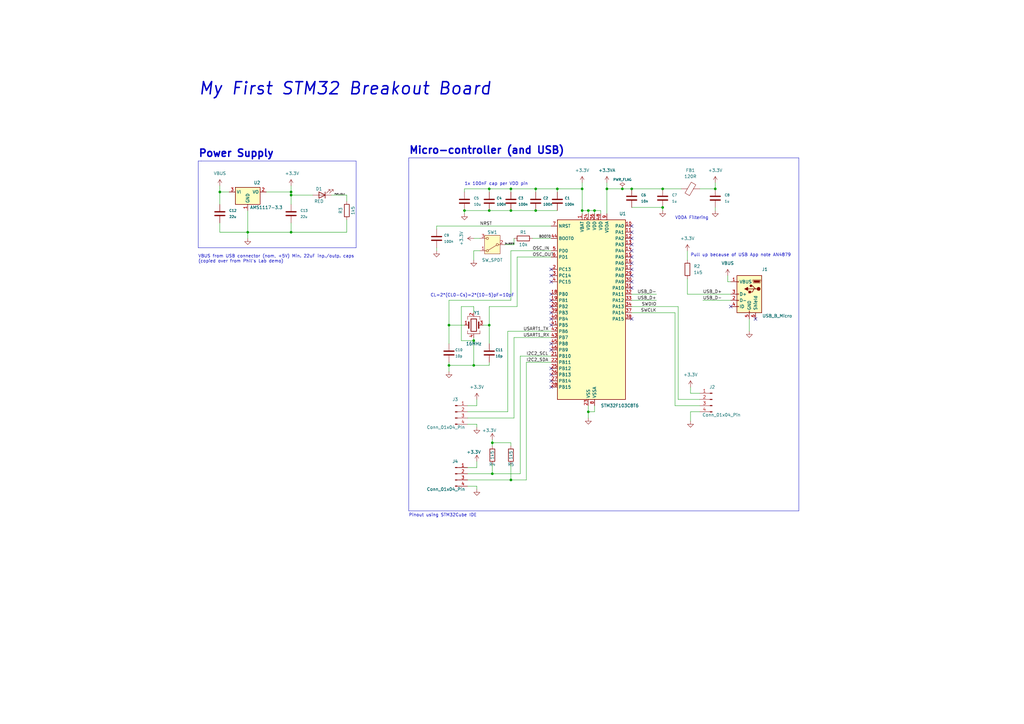
<source format=kicad_sch>
(kicad_sch (version 20230121) (generator eeschema)
  (paper "A3")
  (title_block (title "My First STM32 Breakout Board") (date "2024-02-25") (rev "0.1") (company "Kartik Prakash"))
  (lib_symbols
    (symbol "Connector:Conn_01x04_Pin" (pin_names (offset 1.016) hide)
      (property "Reference" "J" (at 0 5.08 0))
      (property "Value" "Conn_01x04_Pin" (at 0 -7.62 0))
      (symbol "Conn_01x04_Pin_1_1"
        (polyline (pts (xy 1.27 -5.08) (xy 0.8636 -5.08)) (stroke (width 0.1524)))
        (polyline (pts (xy 1.27 -2.54) (xy 0.8636 -2.54)) (stroke (width 0.1524)))
        (polyline (pts (xy 1.27 0) (xy 0.8636 0)) (stroke (width 0.1524)))
        (polyline (pts (xy 1.27 2.54) (xy 0.8636 2.54)) (stroke (width 0.1524)))
        (rectangle (start 0.8636 -4.953) (end 0 -5.207) (stroke (width 0.1524)) (fill (type outline)))
        (rectangle (start 0.8636 -2.413) (end 0 -2.667) (stroke (width 0.1524)) (fill (type outline)))
        (rectangle (start 0.8636 0.127) (end 0 -0.127) (stroke (width 0.1524)) (fill (type outline)))
        (rectangle (start 0.8636 2.667) (end 0 2.413) (stroke (width 0.1524)) (fill (type outline)))
        (pin passive line (at 5.08 2.54 180) (length 3.81) (name "Pin_1") (number "1"))
        (pin passive line (at 5.08 0 180) (length 3.81) (name "Pin_2") (number "2"))
        (pin passive line (at 5.08 -2.54 180) (length 3.81) (name "Pin_3") (number "3"))
        (pin passive line (at 5.08 -5.08 180) (length 3.81) (name "Pin_4") (number "4"))
      )
    )
    (symbol "Connector:USB_B_Micro" (pin_names (offset 1.016))
      (property "Reference" "J" (at -5.08 11.43 0))
      (property "Value" "USB_B_Micro" (at -5.08 8.89 0))
      (symbol "USB_B_Micro_0_1"
        (rectangle (start -5.08 -7.62) (end 5.08 7.62) (stroke (width 0.254)) (fill (type background)))
        (circle (center -3.81 2.159) (radius 0.635) (stroke (width 0.254)) (fill (type outline)))
        (circle (center -0.635 3.429) (radius 0.381) (stroke (width 0.254)) (fill (type outline)))
        (rectangle (start -0.127 -7.62) (end 0.127 -6.858))
        (polyline (pts (xy -1.905 2.159) (xy 0.635 2.159)) (stroke (width 0.254)))
        (polyline (pts (xy -3.175 2.159) (xy -2.54 2.159) (xy -1.27 3.429) (xy -0.635 3.429)) (stroke (width 0.254)))
        (polyline (pts (xy -2.54 2.159) (xy -1.905 2.159) (xy -1.27 0.889) (xy 0 0.889)) (stroke (width 0.254)))
        (polyline (pts (xy 0.635 2.794) (xy 0.635 1.524) (xy 1.905 2.159) (xy 0.635 2.794)) (stroke (width 0.254)) (fill (type outline)))
        (polyline (pts (xy -4.318 5.588) (xy -1.778 5.588) (xy -2.032 4.826) (xy -4.064 4.826) (xy -4.318 5.588)) (fill (type outline)))
        (polyline (pts (xy -4.699 5.842) (xy -4.699 5.588) (xy -4.445 4.826) (xy -4.445 4.572) (xy -1.651 4.572) (xy -1.651 4.826) (xy -1.397 5.588) (xy -1.397 5.842) (xy -4.699 5.842)))
        (rectangle (start 0.254 1.27) (end -0.508 0.508) (stroke (width 0.254)) (fill (type outline)))
        (rectangle (start 5.08 -5.207) (end 4.318 -4.953))
        (rectangle (start 5.08 -2.667) (end 4.318 -2.413))
        (rectangle (start 5.08 -0.127) (end 4.318 0.127))
        (rectangle (start 5.08 4.953) (end 4.318 5.207))
      )
      (symbol "USB_B_Micro_1_1"
        (pin power_out line (at 7.62 5.08 180) (length 2.54) (name "VBUS") (number "1"))
        (pin bidirectional line (at 7.62 -2.54 180) (length 2.54) (name "D-") (number "2"))
        (pin bidirectional line (at 7.62 0 180) (length 2.54) (name "D+") (number "3"))
        (pin passive line (at 7.62 -5.08 180) (length 2.54) (name "ID") (number "4"))
        (pin power_out line (at 0 -10.16 90) (length 2.54) (name "GND") (number "5"))
        (pin passive line (at -2.54 -10.16 90) (length 2.54) (name "Shield") (number "6"))
      )
    )
    (symbol "Device:C" (pin_numbers hide) (pin_names (offset 0.254))
      (property "Reference" "C" (at 0.635 2.54 0))
      (property "Value" "C" (at 0.635 -2.54 0))
      (symbol "C_0_1"
        (polyline (pts (xy -2.032 -0.762) (xy 2.032 -0.762)) (stroke (width 0.508)))
        (polyline (pts (xy -2.032 0.762) (xy 2.032 0.762)) (stroke (width 0.508)))
      )
      (symbol "C_1_1"
        (pin passive line (at 0 3.81 270) (length 2.794) (name "~") (number "1"))
        (pin passive line (at 0 -3.81 90) (length 2.794) (name "~") (number "2"))
      )
    )
    (symbol "Device:Crystal_GND24" (pin_names (offset 1.016) hide)
      (property "Reference" "Y" (at 3.175 5.08 0))
      (property "Value" "Crystal_GND24" (at 3.175 3.175 0))
      (symbol "Crystal_GND24_0_1"
        (rectangle (start -1.143 2.54) (end 1.143 -2.54) (stroke (width 0.3048)))
        (polyline (pts (xy -2.54 0) (xy -2.032 0)))
        (polyline (pts (xy -2.032 -1.27) (xy -2.032 1.27)) (stroke (width 0.508)))
        (polyline (pts (xy 0 -3.81) (xy 0 -3.556)))
        (polyline (pts (xy 0 3.556) (xy 0 3.81)))
        (polyline (pts (xy 2.032 -1.27) (xy 2.032 1.27)) (stroke (width 0.508)))
        (polyline (pts (xy 2.032 0) (xy 2.54 0)))
        (polyline (pts (xy -2.54 -2.286) (xy -2.54 -3.556) (xy 2.54 -3.556) (xy 2.54 -2.286)))
        (polyline (pts (xy -2.54 2.286) (xy -2.54 3.556) (xy 2.54 3.556) (xy 2.54 2.286)))
      )
      (symbol "Crystal_GND24_1_1"
        (pin passive line (at -3.81 0 0) (length 1.27) (name "1") (number "1"))
        (pin passive line (at 0 5.08 270) (length 1.27) (name "2") (number "2"))
        (pin passive line (at 3.81 0 180) (length 1.27) (name "3") (number "3"))
        (pin passive line (at 0 -5.08 90) (length 1.27) (name "4") (number "4"))
      )
    )
    (symbol "Device:FerriteBead" (pin_numbers hide) (pin_names (offset 0))
      (property "Reference" "FB" (at -3.81 0.635 90))
      (property "Value" "FerriteBead" (at 3.81 0 90))
      (symbol "FerriteBead_0_1"
        (polyline (pts (xy 0 -1.27) (xy 0 -1.2192)))
        (polyline (pts (xy 0 1.27) (xy 0 1.2954)))
        (polyline (pts (xy -2.7686 0.4064) (xy -1.7018 2.2606) (xy 2.7686 -0.3048) (xy 1.6764 -2.159) (xy -2.7686 0.4064)))
      )
      (symbol "FerriteBead_1_1"
        (pin passive line (at 0 3.81 270) (length 2.54) (name "~") (number "1"))
        (pin passive line (at 0 -3.81 90) (length 2.54) (name "~") (number "2"))
      )
    )
    (symbol "Device:LED" (pin_numbers hide) (pin_names (offset 1.016) hide)
      (property "Reference" "D" (at 0 2.54 0))
      (property "Value" "LED" (at 0 -2.54 0))
      (symbol "LED_0_1"
        (polyline (pts (xy -1.27 -1.27) (xy -1.27 1.27)) (stroke (width 0.254)))
        (polyline (pts (xy -1.27 0) (xy 1.27 0)))
        (polyline (pts (xy 1.27 -1.27) (xy 1.27 1.27) (xy -1.27 0) (xy 1.27 -1.27)) (stroke (width 0.254)))
        (polyline (pts (xy -3.048 -0.762) (xy -4.572 -2.286) (xy -3.81 -2.286) (xy -4.572 -2.286) (xy -4.572 -1.524)))
        (polyline (pts (xy -1.778 -0.762) (xy -3.302 -2.286) (xy -2.54 -2.286) (xy -3.302 -2.286) (xy -3.302 -1.524)))
      )
      (symbol "LED_1_1"
        (pin passive line (at -3.81 0 0) (length 2.54) (name "K") (number "1"))
        (pin passive line (at 3.81 0 180) (length 2.54) (name "A") (number "2"))
      )
    )
    (symbol "Device:R" (pin_numbers hide) (pin_names (offset 0))
      (property "Reference" "R" (at 2.032 0 90))
      (property "Value" "R" (at 0 0 90))
      (symbol "R_0_1"
        (rectangle (start -1.016 -2.54) (end 1.016 2.54) (stroke (width 0.254)))
      )
      (symbol "R_1_1"
        (pin passive line (at 0 3.81 270) (length 1.27) (name "~") (number "1"))
        (pin passive line (at 0 -3.81 90) (length 1.27) (name "~") (number "2"))
      )
    )
    (symbol "MCU_ST_STM32F1:STM32F103C8Tx"
      (property "Reference" "U" (at -12.7 39.37 0))
      (property "Value" "STM32F103C8Tx" (at 10.16 39.37 0))
      (symbol "STM32F103C8Tx_0_1"
        (rectangle (start -12.7 -35.56) (end 15.24 38.1) (stroke (width 0.254)) (fill (type background)))
      )
      (symbol "STM32F103C8Tx_1_1"
        (pin power_in line (at -2.54 40.64 270) (length 2.54) (name "VBAT") (number "1"))
        (pin bidirectional line (at 17.78 35.56 180) (length 2.54) (name "PA0") (number "10"))
        (pin bidirectional line (at 17.78 33.02 180) (length 2.54) (name "PA1") (number "11"))
        (pin bidirectional line (at 17.78 30.48 180) (length 2.54) (name "PA2") (number "12"))
        (pin bidirectional line (at 17.78 27.94 180) (length 2.54) (name "PA3") (number "13"))
        (pin bidirectional line (at 17.78 25.4 180) (length 2.54) (name "PA4") (number "14"))
        (pin bidirectional line (at 17.78 22.86 180) (length 2.54) (name "PA5") (number "15"))
        (pin bidirectional line (at 17.78 20.32 180) (length 2.54) (name "PA6") (number "16"))
        (pin bidirectional line (at 17.78 17.78 180) (length 2.54) (name "PA7") (number "17"))
        (pin bidirectional line (at -15.24 7.62 0) (length 2.54) (name "PB0") (number "18"))
        (pin bidirectional line (at -15.24 5.08 0) (length 2.54) (name "PB1") (number "19"))
        (pin bidirectional line (at -15.24 17.78 0) (length 2.54) (name "PC13") (number "2"))
        (pin bidirectional line (at -15.24 2.54 0) (length 2.54) (name "PB2") (number "20"))
        (pin bidirectional line (at -15.24 -17.78 0) (length 2.54) (name "PB10") (number "21"))
        (pin bidirectional line (at -15.24 -20.32 0) (length 2.54) (name "PB11") (number "22"))
        (pin power_in line (at 0 -38.1 90) (length 2.54) (name "VSS") (number "23"))
        (pin power_in line (at 0 40.64 270) (length 2.54) (name "VDD") (number "24"))
        (pin bidirectional line (at -15.24 -22.86 0) (length 2.54) (name "PB12") (number "25"))
        (pin bidirectional line (at -15.24 -25.4 0) (length 2.54) (name "PB13") (number "26"))
        (pin bidirectional line (at -15.24 -27.94 0) (length 2.54) (name "PB14") (number "27"))
        (pin bidirectional line (at -15.24 -30.48 0) (length 2.54) (name "PB15") (number "28"))
        (pin bidirectional line (at 17.78 15.24 180) (length 2.54) (name "PA8") (number "29"))
        (pin bidirectional line (at -15.24 15.24 0) (length 2.54) (name "PC14") (number "3"))
        (pin bidirectional line (at 17.78 12.7 180) (length 2.54) (name "PA9") (number "30"))
        (pin bidirectional line (at 17.78 10.16 180) (length 2.54) (name "PA10") (number "31"))
        (pin bidirectional line (at 17.78 7.62 180) (length 2.54) (name "PA11") (number "32"))
        (pin bidirectional line (at 17.78 5.08 180) (length 2.54) (name "PA12") (number "33"))
        (pin bidirectional line (at 17.78 2.54 180) (length 2.54) (name "PA13") (number "34"))
        (pin passive line (at 0 -38.1 90) (length 2.54) hide (name "VSS") (number "35"))
        (pin power_in line (at 2.54 40.64 270) (length 2.54) (name "VDD") (number "36"))
        (pin bidirectional line (at 17.78 0 180) (length 2.54) (name "PA14") (number "37"))
        (pin bidirectional line (at 17.78 -2.54 180) (length 2.54) (name "PA15") (number "38"))
        (pin bidirectional line (at -15.24 0 0) (length 2.54) (name "PB3") (number "39"))
        (pin bidirectional line (at -15.24 12.7 0) (length 2.54) (name "PC15") (number "4"))
        (pin bidirectional line (at -15.24 -2.54 0) (length 2.54) (name "PB4") (number "40"))
        (pin bidirectional line (at -15.24 -5.08 0) (length 2.54) (name "PB5") (number "41"))
        (pin bidirectional line (at -15.24 -7.62 0) (length 2.54) (name "PB6") (number "42"))
        (pin bidirectional line (at -15.24 -10.16 0) (length 2.54) (name "PB7") (number "43"))
        (pin input line (at -15.24 30.48 0) (length 2.54) (name "BOOT0") (number "44"))
        (pin bidirectional line (at -15.24 -12.7 0) (length 2.54) (name "PB8") (number "45"))
        (pin bidirectional line (at -15.24 -15.24 0) (length 2.54) (name "PB9") (number "46"))
        (pin passive line (at 0 -38.1 90) (length 2.54) hide (name "VSS") (number "47"))
        (pin power_in line (at 5.08 40.64 270) (length 2.54) (name "VDD") (number "48"))
        (pin bidirectional line (at -15.24 25.4 0) (length 2.54) (name "PD0") (number "5"))
        (pin bidirectional line (at -15.24 22.86 0) (length 2.54) (name "PD1") (number "6"))
        (pin input line (at -15.24 35.56 0) (length 2.54) (name "NRST") (number "7"))
        (pin power_in line (at 2.54 -38.1 90) (length 2.54) (name "VSSA") (number "8"))
        (pin power_in line (at 7.62 40.64 270) (length 2.54) (name "VDDA") (number "9"))
      )
    )
    (symbol "Regulator_Linear:AMS1117-3.3"
      (property "Reference" "U" (at -3.81 3.175 0))
      (property "Value" "AMS1117-3.3" (at 0 3.175 0))
      (symbol "AMS1117-3.3_0_1"
        (rectangle (start -5.08 -5.08) (end 5.08 1.905) (stroke (width 0.254)) (fill (type background)))
      )
      (symbol "AMS1117-3.3_1_1"
        (pin power_in line (at 0 -7.62 90) (length 2.54) (name "GND") (number "1"))
        (pin power_out line (at 7.62 0 180) (length 2.54) (name "VO") (number "2"))
        (pin power_in line (at -7.62 0 0) (length 2.54) (name "VI") (number "3"))
      )
    )
    (symbol "Switch:SW_SPDT" (pin_names (offset 0) hide)
      (property "Reference" "SW" (at 0 5.08 0))
      (property "Value" "SW_SPDT" (at 0 -5.08 0))
      (symbol "SW_SPDT_0_1"
        (circle (center -2.032 0) (radius 0.4572))
        (polyline (pts (xy -1.651 0.254) (xy 1.651 2.286)))
        (circle (center 2.032 -2.54) (radius 0.4572))
        (circle (center 2.032 2.54) (radius 0.4572))
      )
      (symbol "SW_SPDT_1_1"
        (rectangle (start -3.175 3.81) (end 3.175 -3.81) (fill (type background)))
        (pin passive line (at 5.08 2.54 180) (length 2.54) (name "A") (number "1"))
        (pin passive line (at -5.08 0 0) (length 2.54) (name "B") (number "2"))
        (pin passive line (at 5.08 -2.54 180) (length 2.54) (name "C") (number "3"))
      )
    )
    (symbol "power:+3.3V" (power) (pin_names (offset 0))
      (property "Value" "+3.3V" (at 0 3.556 0))
      (symbol "+3.3V_0_1"
        (polyline (pts (xy -0.762 1.27) (xy 0 2.54)))
        (polyline (pts (xy 0 0) (xy 0 2.54)))
        (polyline (pts (xy 0 2.54) (xy 0.762 1.27)))
      )
      (symbol "+3.3V_1_1"
        (pin power_in line (at 0 0 90) (length 0) hide (name "+3.3V") (number "1"))
      )
    )
    (symbol "power:+3.3VA" (power) (pin_names (offset 0))
      (property "Value" "+3.3VA" (at 0 3.556 0))
      (symbol "+3.3VA_0_1"
        (polyline (pts (xy -0.762 1.27) (xy 0 2.54)))
        (polyline (pts (xy 0 0) (xy 0 2.54)))
        (polyline (pts (xy 0 2.54) (xy 0.762 1.27)))
      )
      (symbol "+3.3VA_1_1"
        (pin power_in line (at 0 0 90) (length 0) hide (name "+3.3VA") (number "1"))
      )
    )
    (symbol "power:GND" (power) (pin_names (offset 0))
      (property "Value" "GND" (at 0 -3.81 0))
      (symbol "GND_0_1"
        (polyline (pts (xy 0 0) (xy 0 -1.27) (xy 1.27 -1.27) (xy 0 -2.54) (xy -1.27 -1.27) (xy 0 -1.27)))
      )
      (symbol "GND_1_1"
        (pin power_in line (at 0 0 270) (length 0) hide (name "GND") (number "1"))
      )
    )
    (symbol "power:PWR_FLAG" (power) (pin_numbers hide) (pin_names (offset 0) hide)
      (property "Value" "PWR_FLAG" (at 0 3.81 0))
      (symbol "PWR_FLAG_0_0"
        (pin power_out line (at 0 0 90) (length 0) (name "pwr") (number "1"))
      )
      (symbol "PWR_FLAG_0_1"
        (polyline (pts (xy 0 0) (xy 0 1.27) (xy -1.016 1.905) (xy 0 2.54) (xy 1.016 1.905) (xy 0 1.27)))
      )
    )
    (symbol "power:VBUS" (power) (pin_names (offset 0))
      (property "Value" "VBUS" (at 0 3.81 0))
      (symbol "VBUS_0_1"
        (polyline (pts (xy -0.762 1.27) (xy 0 2.54)))
        (polyline (pts (xy 0 0) (xy 0 2.54)))
        (polyline (pts (xy 0 2.54) (xy 0.762 1.27)))
      )
      (symbol "VBUS_1_1"
        (pin power_in line (at 0 0 90) (length 0) hide (name "VBUS") (number "1"))
      )
    )
  )
  (junction (at 209.55 77.47))
  (junction (at 228.6 77.47))
  (junction (at 201.93 194.31))
  (junction (at 194.31 139.7))
  (junction (at 184.15 133.35))
  (junction (at 209.55 196.85))
  (junction (at 271.78 77.47))
  (junction (at 119.38 95.25))
  (junction (at 248.92 77.47))
  (junction (at 201.93 181.61))
  (junction (at 101.6 95.25))
  (junction (at 194.31 149.86))
  (junction (at 119.38 80.01))
  (junction (at 238.76 77.47))
  (junction (at 293.37 77.47))
  (junction (at 119.38 78.74))
  (junction (at 200.66 133.35))
  (junction (at 271.78 85.09))
  (junction (at 219.71 86.36))
  (junction (at 219.71 77.47))
  (junction (at 200.66 77.47))
  (junction (at 238.76 86.36))
  (junction (at 241.3 86.36))
  (junction (at 243.84 86.36))
  (junction (at 190.5 86.36))
  (junction (at 184.15 149.86))
  (junction (at 209.55 86.36))
  (junction (at 255.27 77.47))
  (junction (at 259.08 77.47))
  (junction (at 90.17 78.74))
  (junction (at 241.3 168.91))
  (junction (at 200.66 86.36))
  (no_connect (at 259.08 92.71))
  (no_connect (at 259.08 95.25))
  (no_connect (at 309.88 130.81))
  (no_connect (at 226.06 158.75))
  (no_connect (at 226.06 115.57))
  (no_connect (at 259.08 107.95))
  (no_connect (at 259.08 115.57))
  (no_connect (at 259.08 102.87))
  (no_connect (at 226.06 140.97))
  (no_connect (at 259.08 110.49))
  (no_connect (at 259.08 100.33))
  (no_connect (at 226.06 130.81))
  (no_connect (at 226.06 153.67))
  (no_connect (at 259.08 105.41))
  (no_connect (at 259.08 97.79))
  (no_connect (at 299.72 125.73))
  (no_connect (at 226.06 128.27))
  (no_connect (at 259.08 130.81))
  (no_connect (at 226.06 120.65))
  (no_connect (at 259.08 118.11))
  (no_connect (at 226.06 123.19))
  (no_connect (at 226.06 143.51))
  (no_connect (at 259.08 113.03))
  (no_connect (at 226.06 156.21))
  (no_connect (at 226.06 133.35))
  (no_connect (at 226.06 113.03))
  (no_connect (at 226.06 151.13))
  (no_connect (at 226.06 110.49))
  (no_connect (at 226.06 125.73))
  (wire (pts (xy 209.55 190.5) (xy 209.55 196.85)))
  (wire (pts (xy 200.66 125.73) (xy 212.09 125.73)))
  (wire (pts (xy 191.77 173.99) (xy 195.58 173.99)))
  (wire (pts (xy 196.85 97.79) (xy 194.31 97.79)))
  (wire (pts (xy 213.36 146.05) (xy 213.36 194.31)))
  (wire (pts (xy 194.31 102.87) (xy 194.31 106.68)))
  (wire (pts (xy 191.77 199.39) (xy 195.58 199.39)))
  (wire (pts (xy 271.78 77.47) (xy 279.4 77.47)))
  (wire (pts (xy 119.38 80.01) (xy 119.38 78.74)))
  (wire (pts (xy 246.38 87.63) (xy 246.38 86.36)))
  (wire (pts (xy 248.92 77.47) (xy 248.92 87.63)))
  (wire (pts (xy 209.55 102.87) (xy 226.06 102.87)))
  (wire (pts (xy 241.3 87.63) (xy 241.3 86.36)))
  (wire (pts (xy 190.5 78.74) (xy 190.5 77.47)))
  (wire (pts (xy 276.86 128.27) (xy 276.86 166.37)))
  (wire (pts (xy 293.37 86.36) (xy 293.37 85.09)))
  (wire (pts (xy 241.3 86.36) (xy 243.84 86.36)))
  (wire (pts (xy 101.6 95.25) (xy 101.6 97.79)))
  (wire (pts (xy 90.17 78.74) (xy 90.17 83.82)))
  (wire (pts (xy 208.28 168.91) (xy 208.28 135.89)))
  (wire (pts (xy 213.36 146.05) (xy 226.06 146.05)))
  (wire (pts (xy 241.3 168.91) (xy 241.3 171.45)))
  (wire (pts (xy 219.71 77.47) (xy 228.6 77.47)))
  (wire (pts (xy 119.38 80.01) (xy 128.27 80.01)))
  (polyline (pts (xy 167.64 209.55) (xy 327.66 209.55)))
  (wire (pts (xy 195.58 191.77) (xy 195.58 189.23)))
  (wire (pts (xy 196.85 102.87) (xy 194.31 102.87)))
  (wire (pts (xy 278.13 163.83) (xy 287.02 163.83)))
  (wire (pts (xy 184.15 123.19) (xy 209.55 123.19)))
  (wire (pts (xy 259.08 77.47) (xy 255.27 77.47)))
  (wire (pts (xy 298.45 115.57) (xy 298.45 113.03)))
  (wire (pts (xy 287.02 168.91) (xy 283.21 168.91)))
  (wire (pts (xy 238.76 86.36) (xy 241.3 86.36)))
  (wire (pts (xy 194.31 139.7) (xy 194.31 149.86)))
  (wire (pts (xy 184.15 133.35) (xy 190.5 133.35)))
  (wire (pts (xy 90.17 78.74) (xy 93.98 78.74)))
  (wire (pts (xy 299.72 115.57) (xy 298.45 115.57)))
  (wire (pts (xy 228.6 78.74) (xy 228.6 77.47)))
  (wire (pts (xy 189.23 139.7) (xy 194.31 139.7)))
  (wire (pts (xy 243.84 166.37) (xy 243.84 168.91)))
  (wire (pts (xy 259.08 123.19) (xy 269.24 123.19)))
  (wire (pts (xy 248.92 74.93) (xy 248.92 77.47)))
  (wire (pts (xy 200.66 86.36) (xy 209.55 86.36)))
  (wire (pts (xy 90.17 91.44) (xy 90.17 95.25)))
  (wire (pts (xy 201.93 182.88) (xy 201.93 181.61)))
  (wire (pts (xy 201.93 181.61) (xy 209.55 181.61)))
  (wire (pts (xy 281.94 114.3) (xy 281.94 120.65)))
  (wire (pts (xy 243.84 168.91) (xy 241.3 168.91)))
  (wire (pts (xy 255.27 77.47) (xy 248.92 77.47)))
  (wire (pts (xy 190.5 86.36) (xy 190.5 87.63)))
  (wire (pts (xy 142.24 95.25) (xy 119.38 95.25)))
  (wire (pts (xy 238.76 77.47) (xy 238.76 86.36)))
  (wire (pts (xy 209.55 123.19) (xy 209.55 102.87)))
  (wire (pts (xy 191.77 171.45) (xy 210.82 171.45)))
  (wire (pts (xy 210.82 171.45) (xy 210.82 138.43)))
  (wire (pts (xy 101.6 86.36) (xy 101.6 95.25)))
  (wire (pts (xy 184.15 133.35) (xy 184.15 123.19)))
  (wire (pts (xy 288.29 123.19) (xy 299.72 123.19)))
  (wire (pts (xy 190.5 77.47) (xy 200.66 77.47)))
  (wire (pts (xy 191.77 196.85) (xy 209.55 196.85)))
  (polyline (pts (xy 327.66 209.55) (xy 327.66 64.77)))
  (wire (pts (xy 212.09 105.41) (xy 226.06 105.41)))
  (wire (pts (xy 281.94 102.87) (xy 281.94 106.68)))
  (wire (pts (xy 179.07 92.71) (xy 226.06 92.71)))
  (wire (pts (xy 283.21 161.29) (xy 287.02 161.29)))
  (wire (pts (xy 191.77 168.91) (xy 208.28 168.91)))
  (wire (pts (xy 259.08 120.65) (xy 269.24 120.65)))
  (wire (pts (xy 200.66 125.73) (xy 200.66 133.35)))
  (polyline (pts (xy 82.55 66.04) (xy 146.05 66.04)))
  (wire (pts (xy 200.66 77.47) (xy 209.55 77.47)))
  (wire (pts (xy 208.28 135.89) (xy 226.06 135.89)))
  (wire (pts (xy 259.08 77.47) (xy 271.78 77.47)))
  (wire (pts (xy 209.55 77.47) (xy 209.55 78.74)))
  (wire (pts (xy 243.84 87.63) (xy 243.84 86.36)))
  (wire (pts (xy 184.15 133.35) (xy 184.15 140.97)))
  (wire (pts (xy 209.55 77.47) (xy 219.71 77.47)))
  (wire (pts (xy 218.44 97.79) (xy 226.06 97.79)))
  (wire (pts (xy 228.6 77.47) (xy 238.76 77.47)))
  (wire (pts (xy 135.89 80.01) (xy 142.24 80.01)))
  (wire (pts (xy 276.86 166.37) (xy 287.02 166.37)))
  (polyline (pts (xy 167.64 64.77) (xy 167.64 66.04)))
  (wire (pts (xy 210.82 100.33) (xy 210.82 97.79)))
  (wire (pts (xy 200.66 78.74) (xy 200.66 77.47)))
  (wire (pts (xy 209.55 196.85) (xy 215.9 196.85)))
  (wire (pts (xy 259.08 85.09) (xy 271.78 85.09)))
  (polyline (pts (xy 327.66 64.77) (xy 167.64 64.77)))
  (polyline (pts (xy 167.64 66.04) (xy 167.64 209.55)))
  (wire (pts (xy 281.94 120.65) (xy 299.72 120.65)))
  (wire (pts (xy 201.93 190.5) (xy 201.93 194.31)))
  (wire (pts (xy 194.31 128.27) (xy 194.31 125.73)))
  (wire (pts (xy 191.77 166.37) (xy 195.58 166.37)))
  (wire (pts (xy 209.55 86.36) (xy 219.71 86.36)))
  (wire (pts (xy 119.38 91.44) (xy 119.38 95.25)))
  (wire (pts (xy 184.15 148.59) (xy 184.15 149.86)))
  (wire (pts (xy 179.07 101.6) (xy 179.07 102.87)))
  (wire (pts (xy 119.38 83.82) (xy 119.38 80.01)))
  (wire (pts (xy 207.01 100.33) (xy 210.82 100.33)))
  (wire (pts (xy 201.93 194.31) (xy 213.36 194.31)))
  (polyline (pts (xy 146.05 66.04) (xy 146.05 101.6)))
  (wire (pts (xy 219.71 77.47) (xy 219.71 78.74)))
  (wire (pts (xy 200.66 148.59) (xy 200.66 149.86)))
  (wire (pts (xy 119.38 95.25) (xy 101.6 95.25)))
  (wire (pts (xy 271.78 86.36) (xy 271.78 85.09)))
  (wire (pts (xy 259.08 125.73) (xy 278.13 125.73)))
  (wire (pts (xy 201.93 180.34) (xy 201.93 181.61)))
  (wire (pts (xy 215.9 148.59) (xy 215.9 196.85)))
  (wire (pts (xy 283.21 158.75) (xy 283.21 161.29)))
  (wire (pts (xy 184.15 149.86) (xy 194.31 149.86)))
  (wire (pts (xy 119.38 76.2) (xy 119.38 78.74)))
  (wire (pts (xy 215.9 148.59) (xy 226.06 148.59)))
  (wire (pts (xy 198.12 133.35) (xy 200.66 133.35)))
  (wire (pts (xy 278.13 125.73) (xy 278.13 163.83)))
  (wire (pts (xy 189.23 125.73) (xy 189.23 139.7)))
  (wire (pts (xy 179.07 92.71) (xy 179.07 93.98)))
  (wire (pts (xy 219.71 86.36) (xy 228.6 86.36)))
  (wire (pts (xy 195.58 199.39) (xy 195.58 200.66)))
  (wire (pts (xy 191.77 191.77) (xy 195.58 191.77)))
  (wire (pts (xy 195.58 166.37) (xy 195.58 163.83)))
  (wire (pts (xy 238.76 74.93) (xy 238.76 77.47)))
  (polyline (pts (xy 146.05 101.6) (xy 81.28 101.6)))
  (wire (pts (xy 191.77 194.31) (xy 201.93 194.31)))
  (wire (pts (xy 190.5 86.36) (xy 200.66 86.36)))
  (wire (pts (xy 90.17 95.25) (xy 101.6 95.25)))
  (wire (pts (xy 293.37 74.93) (xy 293.37 77.47)))
  (wire (pts (xy 259.08 128.27) (xy 276.86 128.27)))
  (wire (pts (xy 212.09 105.41) (xy 212.09 125.73)))
  (wire (pts (xy 287.02 77.47) (xy 293.37 77.47)))
  (polyline (pts (xy 81.28 66.04) (xy 82.55 66.04)))
  (wire (pts (xy 307.34 130.81) (xy 307.34 135.89)))
  (wire (pts (xy 109.22 78.74) (xy 119.38 78.74)))
  (wire (pts (xy 194.31 125.73) (xy 189.23 125.73)))
  (wire (pts (xy 195.58 173.99) (xy 195.58 175.26)))
  (wire (pts (xy 194.31 149.86) (xy 200.66 149.86)))
  (wire (pts (xy 184.15 149.86) (xy 184.15 152.4)))
  (wire (pts (xy 241.3 166.37) (xy 241.3 168.91)))
  (wire (pts (xy 238.76 86.36) (xy 238.76 87.63)))
  (wire (pts (xy 194.31 139.7) (xy 194.31 138.43)))
  (wire (pts (xy 243.84 86.36) (xy 246.38 86.36)))
  (wire (pts (xy 142.24 90.17) (xy 142.24 95.25)))
  (wire (pts (xy 90.17 76.2) (xy 90.17 78.74)))
  (wire (pts (xy 142.24 80.01) (xy 142.24 82.55)))
  (wire (pts (xy 210.82 138.43) (xy 226.06 138.43)))
  (wire (pts (xy 283.21 168.91) (xy 283.21 172.72)))
  (wire (pts (xy 209.55 181.61) (xy 209.55 182.88)))
  (polyline (pts (xy 81.28 101.6) (xy 81.28 66.04)))
  (wire (pts (xy 200.66 133.35) (xy 200.66 140.97)))
  (text "Power Supply" (at 81.28 64.77 0) (effects (font (size 3 3) (thickness 0.6) bold) (justify left bottom)))
  (text "CL=2*(CL0-Cs)=2*(10-5)pF=10pF" (at 176.53 121.92 0) (effects (font (size 1.27 1.27)) (justify left bottom)))
  (text "Micro-controller (and USB)" (at 167.64 63.5 0) (effects (font (size 3 3) (thickness 0.6) bold) (justify left bottom)))
  (text "Pinout using STM32Cube IDE" (at 167.64 212.09 0) (effects (font (size 1.27 1.27)) (justify left bottom)))
  (text "1x 100nF cap per VDD pin" (at 190.5 76.2 0) (effects (font (size 1.27 1.27)) (justify left bottom)))
  (text "VDDA Filtering" (at 276.86 90.17 0) (effects (font (size 1.27 1.27)) (justify left bottom)))
  (text "Pull up because of USB App note AN4879" (at 283.21 105.41 0) (effects (font (size 1.27 1.27)) (justify left bottom)))
  (text "VBUS from USB connector (nom, +5V) Min. 22uF inp./outp. caps\n(copied over from Phil's Lab demo)" (at 81.28 107.95 0) (effects (font (size 1.27 1.27)) (justify left bottom)))
  (text "My First STM32 Breakout Board" (at 81.28 39.37 0) (effects (font (size 5 5) (thickness 0.6) bold italic) (justify left bottom)))
  (label "USB_D+" (at 288.29 120.65 0))
  (label "PWR_LED_K" (at 137.16 80.01 0) (effects (font (size 0.5 0.5))))
  (label "SWCLK" (at 269.24 128.27 180))
  (label "I2C2_SDA" (at 215.9 148.59 0))
  (label "USB_D-" (at 288.29 123.19 0))
  (label "NRST" (at 196.85 92.71 0))
  (label "OSC_IN" (at 218.44 102.87 0))
  (label "USB_D+" (at 269.24 123.19 180))
  (label "OSC_OUT" (at 218.44 105.41 0))
  (label "USART1_RX" (at 214.63 138.43 0))
  (label "BOOT0" (at 220.98 97.79 0) (effects (font (size 1 1))))
  (label "I2C2_SCL" (at 215.9 146.05 0))
  (label "USB_D-" (at 269.24 120.65 180))
  (label "SW_BOOT0" (at 207.01 100.33 0) (effects (font (size 0.5 0.5))))
  (label "SWDIO" (at 269.24 125.73 180))
  (label "USART1_TX" (at 214.63 135.89 0))
  (symbol (lib_id "power:GND") (at 194.31 106.68 0) (unit 1)
    (property "Reference" "#PWR09" (effects hide))
    (property "Value" "GND" (effects hide))
  )
  (symbol (lib_id "Device:C") (at 271.78 81.28 0) (unit 1)
    (property "Reference" "C7" (at 275.59 80.0099 0) (effects (font (size 1 1)) (justify left)))
    (property "Value" "1u" (at 275.59 82.5499 0) (effects (font (size 1 1)) (justify left)))
    (property "Footprint" "Capacitor_SMD:C_0603_1608Metric" (effects hide))
  )
  (symbol (lib_id "power:+3.3V") (at 195.58 189.23 0) (unit 1)
    (property "Reference" "#PWR022" (effects hide))
    (property "Value" "+3.3V" (at 194.31 185.42 0))
  )
  (symbol (lib_id "Device:R") (at 201.93 186.69 180) (unit 1)
    (property "Reference" "R4" (at 201.93 190.5 0))
    (property "Value" "1k5" (at 201.93 186.69 90))
    (property "Footprint" "Resistor_SMD:R_0402_1005Metric" (effects hide))
  )
  (symbol (lib_id "power:+3.3V") (at 201.93 180.34 0) (unit 1)
    (property "Reference" "#PWR024" (effects hide))
    (property "Value" "+3.3V" (at 200.66 176.53 0))
  )
  (symbol (lib_id "power:GND") (at 179.07 102.87 0) (unit 1)
    (property "Reference" "#PWR08" (effects hide))
    (property "Value" "GND" (effects hide))
  )
  (symbol (lib_id "Device:C") (at 200.66 82.55 0) (unit 1)
    (property "Reference" "C4" (at 203.6826 81.2799 0) (effects (font (size 1 1)) (justify left)))
    (property "Value" "100n" (at 203.6826 83.8199 0) (effects (font (size 1 1)) (justify left)))
    (property "Footprint" "Capacitor_SMD:C_0402_1005Metric" (effects hide))
  )
  (symbol (lib_id "power:GND") (at 283.21 172.72 0) (unit 1)
    (property "Reference" "#PWR016" (effects hide))
    (property "Value" "GND" (effects hide))
  )
  (symbol (lib_id "power:GND") (at 241.3 171.45 0) (unit 1)
    (property "Reference" "#PWR01" (effects hide))
    (property "Value" "GND" (effects hide))
  )
  (symbol (lib_id "power:VBUS") (at 90.17 76.2 0) (unit 1)
    (property "Reference" "#PWR019" (effects hide))
    (property "Value" "VBUS" (at 90.17 71.12 0))
  )
  (symbol (lib_id "Device:C") (at 90.17 87.63 0) (unit 1)
    (property "Reference" "C12" (at 93.98 86.3599 0) (effects (font (size 1 1)) (justify left)))
    (property "Value" "22u" (at 93.98 88.8999 0) (effects (font (size 1 1)) (justify left)))
    (property "Footprint" "Capacitor_SMD:C_0805_2012Metric" (effects hide))
  )
  (symbol (lib_id "Device:R") (at 209.55 186.69 180) (unit 1)
    (property "Reference" "R5" (at 209.55 190.5 0))
    (property "Value" "1k5" (at 209.55 186.69 90))
    (property "Footprint" "Resistor_SMD:R_0402_1005Metric" (effects hide))
  )
  (symbol (lib_id "Device:C") (at 293.37 81.28 0) (unit 1)
    (property "Reference" "C8" (at 297.18 80.0099 0) (effects (font (size 1 1)) (justify left)))
    (property "Value" "1u" (at 297.18 82.5499 0) (effects (font (size 1 1)) (justify left)))
    (property "Footprint" "Capacitor_SMD:C_0603_1608Metric" (effects hide))
  )
  (symbol (lib_id "Device:FerriteBead") (at 283.21 77.47 90) (unit 1)
    (property "Reference" "FB1" (at 283.1592 69.85 90))
    (property "Value" "120R" (at 283.1592 72.39 90))
    (property "Footprint" "Inductor_SMD:L_0603_1608Metric" (effects hide))
  )
  (symbol (lib_id "power:GND") (at 271.78 86.36 0) (unit 1)
    (property "Reference" "#PWR04" (effects hide))
    (property "Value" "GND" (effects hide))
  )
  (symbol (lib_id "power:GND") (at 307.34 135.89 0) (unit 1)
    (property "Reference" "#PWR012" (effects hide))
    (property "Value" "GND" (effects hide))
  )
  (symbol (lib_id "Device:LED") (at 132.08 80.01 180) (unit 1)
    (property "Reference" "D1" (at 130.81 77.47 0))
    (property "Value" "RED" (at 130.81 82.55 0))
    (property "Footprint" "LED_SMD:LED_0603_1608Metric" (effects hide))
  )
  (symbol (lib_id "power:+3.3V") (at 281.94 102.87 0) (unit 1)
    (property "Reference" "#PWR014" (effects hide))
    (property "Value" "+3.3V" (at 281.94 97.79 0))
  )
  (symbol (lib_id "Device:C") (at 184.15 144.78 0) (unit 1)
    (property "Reference" "C10" (at 186.69 143.51 0) (effects (font (size 1 1)) (justify left)))
    (property "Value" "10p" (at 186.69 146.05 0) (effects (font (size 1 1)) (justify left)))
    (property "Footprint" "Capacitor_SMD:C_0402_1005Metric" (effects hide))
  )
  (symbol (lib_id "Device:Crystal_GND24") (at 194.31 133.35 0) (unit 1)
    (property "Reference" "Y1" (at 195.58 128.27 0))
    (property "Value" "16MHz" (at 194.31 140.97 0))
    (property "Footprint" "Crystal:Crystal_SMD_3225-4Pin_3.2x2.5mm" (effects hide))
  )
  (symbol (lib_id "Device:R") (at 142.24 86.36 180) (unit 1)
    (property "Reference" "R3" (at 139.7 86.36 90))
    (property "Value" "1k5" (at 144.78 86.36 90))
    (property "Footprint" "Resistor_SMD:R_0402_1005Metric" (effects hide))
  )
  (symbol (lib_id "Device:C") (at 190.5 82.55 0) (unit 1)
    (property "Reference" "C5" (at 194.31 81.2799 0) (effects (font (size 1 1)) (justify left)))
    (property "Value" "10u" (at 194.31 83.8199 0) (effects (font (size 1 1)) (justify left)))
    (property "Footprint" "Capacitor_SMD:C_0603_1608Metric" (effects hide))
  )
  (symbol (lib_id "Switch:SW_SPDT") (at 201.93 100.33 180) (unit 1)
    (property "Reference" "SW1" (at 201.93 95.25 0))
    (property "Value" "SW_SPDT" (at 201.93 106.68 0))
    (property "Footprint" "Button_Switch_SMD:SW_SPDT_PCM12" (effects hide))
  )
  (symbol (lib_id "Connector:Conn_01x04_Pin") (at 292.1 163.83 0) (mirror y) (unit 1)
    (property "Reference" "J2" (at 292.1 158.75 0))
    (property "Value" "Conn_01x04_Pin" (at 295.91 170.18 0))
    (property "Footprint" "Connector_PinHeader_2.54mm:PinHeader_1x04_P2.54mm_Vertical" (effects hide))
  )
  (symbol (lib_id "power:VBUS") (at 298.45 113.03 0) (unit 1)
    (property "Reference" "#PWR013" (effects hide))
    (property "Value" "VBUS" (at 298.45 107.95 0))
  )
  (symbol (lib_id "power:+3.3VA") (at 248.92 74.93 0) (unit 1)
    (property "Reference" "#PWR05" (effects hide))
    (property "Value" "+3.3VA" (at 248.92 69.85 0))
  )
  (symbol (lib_id "Device:C") (at 200.66 144.78 0) (unit 1)
    (property "Reference" "C11" (at 203.2 143.51 0) (effects (font (size 1 1)) (justify left)))
    (property "Value" "10p" (at 203.2 146.05 0) (effects (font (size 1 1)) (justify left)))
    (property "Footprint" "Capacitor_SMD:C_0402_1005Metric" (effects hide))
  )
  (symbol (lib_id "Device:C") (at 179.07 97.79 0) (unit 1)
    (property "Reference" "C9" (at 182.0926 96.5199 0) (effects (font (size 1 1)) (justify left)))
    (property "Value" "100n" (at 182.0926 99.0599 0) (effects (font (size 1 1)) (justify left)))
    (property "Footprint" "Capacitor_SMD:C_0402_1005Metric" (effects hide))
  )
  (symbol (lib_id "power:+3.3V") (at 194.31 97.79 90) (unit 1)
    (property "Reference" "#PWR010" (effects hide))
    (property "Value" "+3.3V" (at 189.23 97.79 0))
  )
  (symbol (lib_id "power:+3.3V") (at 283.21 158.75 0) (unit 1)
    (property "Reference" "#PWR015" (effects hide))
    (property "Value" "+3.3V" (at 283.21 153.67 0))
  )
  (symbol (lib_id "Device:C") (at 219.71 82.55 0) (unit 1)
    (property "Reference" "C2" (at 222.7326 81.2799 0) (effects (font (size 1 1)) (justify left)))
    (property "Value" "100n" (at 222.7326 83.8199 0) (effects (font (size 1 1)) (justify left)))
    (property "Footprint" "Capacitor_SMD:C_0402_1005Metric" (effects hide))
  )
  (symbol (lib_id "power:+3.3V") (at 195.58 163.83 0) (unit 1)
    (property "Reference" "#PWR017" (effects hide))
    (property "Value" "+3.3V" (at 195.58 158.75 0))
  )
  (symbol (lib_id "Connector:Conn_01x04_Pin") (at 186.69 194.31 0) (unit 1)
    (property "Reference" "J4" (at 186.69 189.23 0))
    (property "Value" "Conn_01x04_Pin" (at 182.88 200.66 0))
    (property "Footprint" "Connector_PinHeader_2.54mm:PinHeader_1x04_P2.54mm_Vertical" (effects hide))
  )
  (symbol (lib_id "power:+3.3V") (at 238.76 74.93 0) (unit 1)
    (property "Reference" "#PWR02" (effects hide))
    (property "Value" "+3.3V" (at 238.76 69.85 0))
  )
  (symbol (lib_id "Device:C") (at 209.55 82.55 0) (unit 1)
    (property "Reference" "C3" (at 212.5726 81.2799 0) (effects (font (size 1 1)) (justify left)))
    (property "Value" "100n" (at 212.5726 83.8199 0) (effects (font (size 1 1)) (justify left)))
    (property "Footprint" "Capacitor_SMD:C_0402_1005Metric" (effects hide))
  )
  (symbol (lib_id "power:GND") (at 101.6 97.79 0) (unit 1)
    (property "Reference" "#PWR018" (effects hide))
    (property "Value" "GND" (effects hide))
  )
  (symbol (lib_id "power:GND") (at 195.58 200.66 0) (unit 1)
    (property "Reference" "#PWR023" (effects hide))
    (property "Value" "GND" (effects hide))
  )
  (symbol (lib_id "Device:R") (at 281.94 110.49 0) (unit 1)
    (property "Reference" "R2" (at 284.48 109.22 0) (effects (justify left)))
    (property "Value" "1k5" (at 284.48 111.76 0) (effects (justify left)))
    (property "Footprint" "Resistor_SMD:R_0402_1005Metric" (effects hide))
  )
  (symbol (lib_id "power:PWR_FLAG") (at 255.27 77.47 0) (unit 1)
    (property "Reference" "#FLG01" (effects hide))
    (property "Value" "PWR_FLAG" (at 255.27 73.66 0) (effects (font (size 1 1))))
  )
  (symbol (lib_id "power:+3.3V") (at 293.37 74.93 0) (unit 1)
    (property "Reference" "#PWR07" (effects hide))
    (property "Value" "+3.3V" (at 293.37 69.85 0))
  )
  (symbol (lib_id "Connector:Conn_01x04_Pin") (at 186.69 168.91 0) (unit 1)
    (property "Reference" "J3" (at 186.69 163.83 0))
    (property "Value" "Conn_01x04_Pin" (at 182.88 175.26 0))
    (property "Footprint" "Connector_PinHeader_2.54mm:PinHeader_1x04_P2.54mm_Vertical" (effects hide))
  )
  (symbol (lib_id "Device:C") (at 228.6 82.55 0) (unit 1)
    (property "Reference" "C1" (at 231.6226 81.2799 0) (effects (font (size 1 1)) (justify left)))
    (property "Value" "100n" (at 231.6226 83.8199 0) (effects (font (size 1 1)) (justify left)))
    (property "Footprint" "Capacitor_SMD:C_0402_1005Metric" (effects hide))
  )
  (symbol (lib_id "power:GND") (at 195.58 175.26 0) (unit 1)
    (property "Reference" "#PWR021" (effects hide))
    (property "Value" "GND" (effects hide))
  )
  (symbol (lib_id "Device:R") (at 214.63 97.79 90) (unit 1)
    (property "Reference" "R1" (at 214.63 95.25 90))
    (property "Value" "10k" (at 214.63 100.33 90))
    (property "Footprint" "Resistor_SMD:R_0201_0603Metric" (effects hide))
  )
  (symbol (lib_id "Device:C") (at 119.38 87.63 0) (unit 1)
    (property "Reference" "C13" (at 123.19 86.3599 0) (effects (font (size 1 1)) (justify left)))
    (property "Value" "22u" (at 123.19 88.8999 0) (effects (font (size 1 1)) (justify left)))
    (property "Footprint" "Capacitor_SMD:C_0805_2012Metric" (effects hide))
  )
  (symbol (lib_id "Device:C") (at 259.08 81.28 0) (unit 1)
    (property "Reference" "C6" (at 262.89 80.0099 0) (effects (font (size 1 1)) (justify left)))
    (property "Value" "10n" (at 262.89 82.5499 0) (effects (font (size 1 1)) (justify left)))
    (property "Footprint" "Capacitor_SMD:C_0402_1005Metric" (effects hide))
  )
  (symbol (lib_id "power:+3.3V") (at 119.38 76.2 0) (unit 1)
    (property "Reference" "#PWR020" (effects hide))
    (property "Value" "+3.3V" (at 116.84 71.12 0) (effects (justify left)))
  )
  (symbol (lib_id "power:GND") (at 184.15 152.4 0) (unit 1)
    (property "Reference" "#PWR011" (effects hide))
    (property "Value" "GND" (effects hide))
  )
  (symbol (lib_id "MCU_ST_STM32F1:STM32F103C8Tx") (at 241.3 128.27 0) (unit 1)
    (property "Reference" "U1" (at 254 87.63 0) (effects (justify left)))
    (property "Value" "STM32F103C8T6" (at 246.38 166.37 0) (effects (justify left)))
    (property "Footprint" "Package_QFP:LQFP-48_7x7mm_P0.5mm" (effects hide))
    (property "Datasheet" "https://www.st.com/resource/en/datasheet/stm32f103c8.pdf" (effects hide))
  )
  (symbol (lib_id "Connector:USB_B_Micro") (at 307.34 120.65 0) (mirror y) (unit 1)
    (property "Reference" "J1" (at 313.69 110.49 0))
    (property "Value" "USB_B_Micro" (at 318.77 129.54 0))
    (property "Footprint" "Connector_USB:USB_Micro-B_Wuerth_629105150521" (effects hide))
  )
  (symbol (lib_id "Regulator_Linear:AMS1117-3.3") (at 101.6 78.74 0) (unit 1)
    (property "Reference" "U2" (at 105.41 74.93 0))
    (property "Value" "AMS1117-3.3" (at 109.22 85.09 0))
    (property "Footprint" "Package_TO_SOT_SMD:SOT-223-3_TabPin2" (effects hide))
    (property "Datasheet" "http://www.advanced-monolithic.com/pdf/ds1117.pdf" (effects hide))
  )
  (symbol (lib_id "power:GND") (at 190.5 87.63 0) (unit 1)
    (property "Reference" "#PWR03" (effects hide))
    (property "Value" "GND" (effects hide))
  )
  (symbol (lib_id "power:GND") (at 293.37 86.36 0) (unit 1)
    (property "Reference" "#PWR06" (effects hide))
    (property "Value" "GND" (effects hide))
  )
)
</source>
